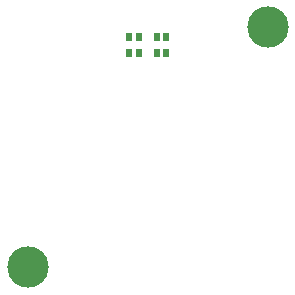
<source format=gbr>
%TF.GenerationSoftware,KiCad,Pcbnew,7.0.9*%
%TF.CreationDate,2023-12-14T21:42:17-08:00*%
%TF.ProjectId,encoder-board,656e636f-6465-4722-9d62-6f6172642e6b,rev?*%
%TF.SameCoordinates,Original*%
%TF.FileFunction,Soldermask,Bot*%
%TF.FilePolarity,Negative*%
%FSLAX46Y46*%
G04 Gerber Fmt 4.6, Leading zero omitted, Abs format (unit mm)*
G04 Created by KiCad (PCBNEW 7.0.9) date 2023-12-14 21:42:17*
%MOMM*%
%LPD*%
G01*
G04 APERTURE LIST*
%ADD10C,3.500000*%
%ADD11R,0.550013X0.800000*%
G04 APERTURE END LIST*
D10*
%TO.C,H2*%
X27940000Y-48260000D03*
%TD*%
%TO.C,H1*%
X48260000Y-27940000D03*
%TD*%
D11*
%TO.C,U1*%
X39662102Y-30128973D03*
X38862000Y-30128973D03*
X38862000Y-28799027D03*
X39661848Y-28799027D03*
%TD*%
%TO.C,U2*%
X37338254Y-30128973D03*
X36538152Y-30128973D03*
X36538152Y-28799027D03*
X37338000Y-28799027D03*
%TD*%
M02*

</source>
